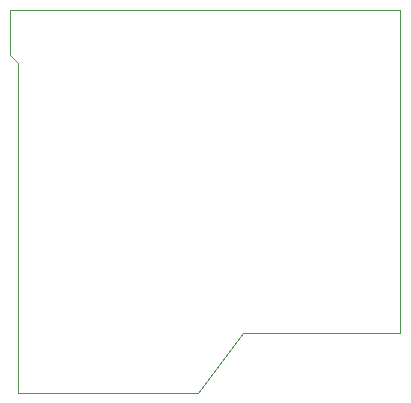
<source format=gbr>
%TF.GenerationSoftware,KiCad,Pcbnew,(6.0.7)*%
%TF.CreationDate,2022-09-05T15:15:59+09:00*%
%TF.ProjectId,IC555Demo,49433535-3544-4656-9d6f-2e6b69636164,rev?*%
%TF.SameCoordinates,Original*%
%TF.FileFunction,Profile,NP*%
%FSLAX46Y46*%
G04 Gerber Fmt 4.6, Leading zero omitted, Abs format (unit mm)*
G04 Created by KiCad (PCBNEW (6.0.7)) date 2022-09-05 15:15:59*
%MOMM*%
%LPD*%
G01*
G04 APERTURE LIST*
%TA.AperFunction,Profile*%
%ADD10C,0.100000*%
%TD*%
G04 APERTURE END LIST*
D10*
X175895000Y-83185000D02*
X162560000Y-83185000D01*
X162560000Y-83185000D02*
X158750000Y-88265000D01*
X143510000Y-88265000D02*
X143510000Y-60325000D01*
X158750000Y-88265000D02*
X143510000Y-88265000D01*
X175895000Y-55880000D02*
X175895000Y-83185000D01*
X142875000Y-59690000D02*
X142875000Y-55880000D01*
X142875000Y-55880000D02*
X175895000Y-55880000D01*
X143510000Y-60325000D02*
X142875000Y-59690000D01*
M02*

</source>
